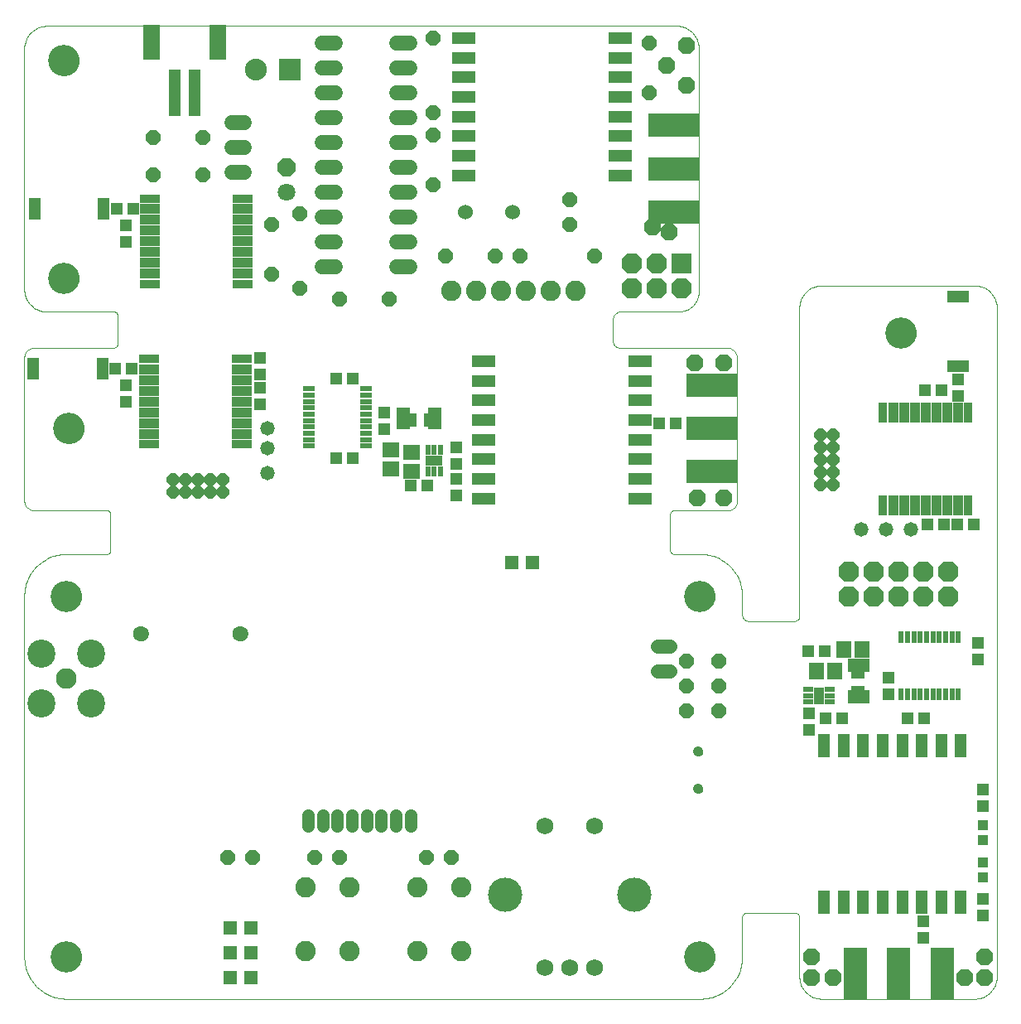
<source format=gts>
G75*
%MOIN*%
%OFA0B0*%
%FSLAX24Y24*%
%IPPOS*%
%LPD*%
%AMOC8*
5,1,8,0,0,1.08239X$1,22.5*
%
%ADD10C,0.0000*%
%ADD11C,0.1261*%
%ADD12C,0.0680*%
%ADD13C,0.1380*%
%ADD14C,0.0415*%
%ADD15C,0.0830*%
%ADD16C,0.1130*%
%ADD17C,0.0516*%
%ADD18C,0.0580*%
%ADD19C,0.0820*%
%ADD20OC8,0.0600*%
%ADD21OC8,0.0595*%
%ADD22C,0.0631*%
%ADD23R,0.0552X0.0552*%
%ADD24R,0.0200X0.0470*%
%ADD25R,0.0395X0.0789*%
%ADD26R,0.0356X0.0789*%
%ADD27R,0.0867X0.0474*%
%ADD28R,0.0980X0.2080*%
%ADD29OC8,0.0516*%
%ADD30R,0.0500X0.0940*%
%ADD31R,0.0395X0.0710*%
%ADD32R,0.0395X0.0218*%
%ADD33R,0.0552X0.0395*%
%ADD34R,0.0513X0.0474*%
%ADD35R,0.0474X0.0513*%
%ADD36R,0.0592X0.0671*%
%ADD37R,0.0395X0.0395*%
%ADD38C,0.0580*%
%ADD39R,0.0867X0.0552*%
%ADD40OC8,0.0820*%
%ADD41R,0.0470X0.0200*%
%ADD42R,0.0789X0.0395*%
%ADD43R,0.0789X0.0356*%
%ADD44R,0.0474X0.0867*%
%ADD45R,0.2080X0.0980*%
%ADD46R,0.0940X0.0500*%
%ADD47R,0.0710X0.0395*%
%ADD48R,0.0218X0.0395*%
%ADD49R,0.0395X0.0552*%
%ADD50R,0.0671X0.0592*%
%ADD51R,0.0552X0.0867*%
%ADD52C,0.0600*%
%ADD53R,0.0820X0.0820*%
%ADD54R,0.0474X0.1891*%
%ADD55R,0.0710X0.1419*%
%ADD56R,0.0880X0.0880*%
%ADD57C,0.0880*%
%ADD58C,0.0600*%
%ADD59OC8,0.0710*%
%ADD60C,0.0710*%
%ADD61OC8,0.0671*%
D10*
X003080Y003851D02*
X028580Y003851D01*
X027989Y005551D02*
X027991Y005599D01*
X027997Y005647D01*
X028007Y005694D01*
X028020Y005740D01*
X028038Y005785D01*
X028058Y005829D01*
X028083Y005871D01*
X028111Y005910D01*
X028141Y005947D01*
X028175Y005981D01*
X028212Y006013D01*
X028250Y006042D01*
X028291Y006067D01*
X028334Y006089D01*
X028379Y006107D01*
X028425Y006121D01*
X028472Y006132D01*
X028520Y006139D01*
X028568Y006142D01*
X028616Y006141D01*
X028664Y006136D01*
X028712Y006127D01*
X028758Y006115D01*
X028803Y006098D01*
X028847Y006078D01*
X028889Y006055D01*
X028929Y006028D01*
X028967Y005998D01*
X029002Y005965D01*
X029034Y005929D01*
X029064Y005891D01*
X029090Y005850D01*
X029112Y005807D01*
X029132Y005763D01*
X029147Y005718D01*
X029159Y005671D01*
X029167Y005623D01*
X029171Y005575D01*
X029171Y005527D01*
X029167Y005479D01*
X029159Y005431D01*
X029147Y005384D01*
X029132Y005339D01*
X029112Y005295D01*
X029090Y005252D01*
X029064Y005211D01*
X029034Y005173D01*
X029002Y005137D01*
X028967Y005104D01*
X028929Y005074D01*
X028889Y005047D01*
X028847Y005024D01*
X028803Y005004D01*
X028758Y004987D01*
X028712Y004975D01*
X028664Y004966D01*
X028616Y004961D01*
X028568Y004960D01*
X028520Y004963D01*
X028472Y004970D01*
X028425Y004981D01*
X028379Y004995D01*
X028334Y005013D01*
X028291Y005035D01*
X028250Y005060D01*
X028212Y005089D01*
X028175Y005121D01*
X028141Y005155D01*
X028111Y005192D01*
X028083Y005231D01*
X028058Y005273D01*
X028038Y005317D01*
X028020Y005362D01*
X028007Y005408D01*
X027997Y005455D01*
X027991Y005503D01*
X027989Y005551D01*
X028580Y003851D02*
X028661Y003853D01*
X028742Y003859D01*
X028822Y003868D01*
X028902Y003882D01*
X028981Y003899D01*
X029059Y003920D01*
X029136Y003944D01*
X029212Y003973D01*
X029286Y004005D01*
X029359Y004040D01*
X029430Y004079D01*
X029499Y004121D01*
X029566Y004166D01*
X029631Y004215D01*
X029693Y004266D01*
X029753Y004321D01*
X029810Y004378D01*
X029865Y004438D01*
X029916Y004500D01*
X029965Y004565D01*
X030010Y004632D01*
X030052Y004701D01*
X030091Y004772D01*
X030126Y004845D01*
X030158Y004919D01*
X030187Y004995D01*
X030211Y005072D01*
X030232Y005150D01*
X030249Y005229D01*
X030263Y005309D01*
X030272Y005389D01*
X030278Y005470D01*
X030280Y005551D01*
X030280Y007151D01*
X030282Y007174D01*
X030287Y007197D01*
X030296Y007219D01*
X030309Y007239D01*
X030324Y007257D01*
X030342Y007272D01*
X030362Y007285D01*
X030384Y007294D01*
X030407Y007299D01*
X030430Y007301D01*
X032430Y007301D01*
X032453Y007299D01*
X032476Y007294D01*
X032498Y007285D01*
X032518Y007272D01*
X032536Y007257D01*
X032551Y007239D01*
X032564Y007219D01*
X032573Y007197D01*
X032578Y007174D01*
X032580Y007151D01*
X032580Y004751D01*
X032582Y004692D01*
X032588Y004634D01*
X032597Y004575D01*
X032611Y004518D01*
X032628Y004462D01*
X032649Y004407D01*
X032673Y004353D01*
X032701Y004301D01*
X032732Y004251D01*
X032766Y004203D01*
X032803Y004158D01*
X032844Y004115D01*
X032887Y004074D01*
X032932Y004037D01*
X032980Y004003D01*
X033030Y003972D01*
X033082Y003944D01*
X033136Y003920D01*
X033191Y003899D01*
X033247Y003882D01*
X033304Y003868D01*
X033363Y003859D01*
X033421Y003853D01*
X033480Y003851D01*
X039630Y003851D01*
X038780Y003851D02*
X034380Y003851D01*
X039630Y003851D02*
X039689Y003853D01*
X039747Y003859D01*
X039806Y003868D01*
X039863Y003882D01*
X039919Y003899D01*
X039974Y003920D01*
X040028Y003944D01*
X040080Y003972D01*
X040130Y004003D01*
X040178Y004037D01*
X040223Y004074D01*
X040266Y004115D01*
X040307Y004158D01*
X040344Y004203D01*
X040378Y004251D01*
X040409Y004301D01*
X040437Y004353D01*
X040461Y004407D01*
X040482Y004462D01*
X040499Y004518D01*
X040513Y004575D01*
X040522Y004634D01*
X040528Y004692D01*
X040530Y004751D01*
X040530Y031651D01*
X040528Y031710D01*
X040522Y031768D01*
X040513Y031827D01*
X040499Y031884D01*
X040482Y031940D01*
X040461Y031995D01*
X040437Y032049D01*
X040409Y032101D01*
X040378Y032151D01*
X040344Y032199D01*
X040307Y032244D01*
X040266Y032287D01*
X040223Y032328D01*
X040178Y032365D01*
X040130Y032399D01*
X040080Y032430D01*
X040028Y032458D01*
X039974Y032482D01*
X039919Y032503D01*
X039863Y032520D01*
X039806Y032534D01*
X039747Y032543D01*
X039689Y032549D01*
X039630Y032551D01*
X033480Y032551D01*
X033421Y032549D01*
X033363Y032543D01*
X033304Y032534D01*
X033247Y032520D01*
X033191Y032503D01*
X033136Y032482D01*
X033082Y032458D01*
X033030Y032430D01*
X032980Y032399D01*
X032932Y032365D01*
X032887Y032328D01*
X032844Y032287D01*
X032803Y032244D01*
X032766Y032199D01*
X032732Y032151D01*
X032701Y032101D01*
X032673Y032049D01*
X032649Y031995D01*
X032628Y031940D01*
X032611Y031884D01*
X032597Y031827D01*
X032588Y031768D01*
X032582Y031710D01*
X032580Y031651D01*
X032580Y019251D01*
X032578Y019225D01*
X032573Y019199D01*
X032565Y019174D01*
X032553Y019151D01*
X032539Y019129D01*
X032521Y019110D01*
X032502Y019092D01*
X032480Y019078D01*
X032457Y019066D01*
X032432Y019058D01*
X032406Y019053D01*
X032380Y019051D01*
X030530Y019051D01*
X030500Y019053D01*
X030470Y019058D01*
X030441Y019067D01*
X030414Y019080D01*
X030388Y019095D01*
X030364Y019114D01*
X030343Y019135D01*
X030324Y019159D01*
X030309Y019185D01*
X030296Y019212D01*
X030287Y019241D01*
X030282Y019271D01*
X030280Y019301D01*
X030280Y020051D01*
X027989Y020051D02*
X027991Y020099D01*
X027997Y020147D01*
X028007Y020194D01*
X028020Y020240D01*
X028038Y020285D01*
X028058Y020329D01*
X028083Y020371D01*
X028111Y020410D01*
X028141Y020447D01*
X028175Y020481D01*
X028212Y020513D01*
X028250Y020542D01*
X028291Y020567D01*
X028334Y020589D01*
X028379Y020607D01*
X028425Y020621D01*
X028472Y020632D01*
X028520Y020639D01*
X028568Y020642D01*
X028616Y020641D01*
X028664Y020636D01*
X028712Y020627D01*
X028758Y020615D01*
X028803Y020598D01*
X028847Y020578D01*
X028889Y020555D01*
X028929Y020528D01*
X028967Y020498D01*
X029002Y020465D01*
X029034Y020429D01*
X029064Y020391D01*
X029090Y020350D01*
X029112Y020307D01*
X029132Y020263D01*
X029147Y020218D01*
X029159Y020171D01*
X029167Y020123D01*
X029171Y020075D01*
X029171Y020027D01*
X029167Y019979D01*
X029159Y019931D01*
X029147Y019884D01*
X029132Y019839D01*
X029112Y019795D01*
X029090Y019752D01*
X029064Y019711D01*
X029034Y019673D01*
X029002Y019637D01*
X028967Y019604D01*
X028929Y019574D01*
X028889Y019547D01*
X028847Y019524D01*
X028803Y019504D01*
X028758Y019487D01*
X028712Y019475D01*
X028664Y019466D01*
X028616Y019461D01*
X028568Y019460D01*
X028520Y019463D01*
X028472Y019470D01*
X028425Y019481D01*
X028379Y019495D01*
X028334Y019513D01*
X028291Y019535D01*
X028250Y019560D01*
X028212Y019589D01*
X028175Y019621D01*
X028141Y019655D01*
X028111Y019692D01*
X028083Y019731D01*
X028058Y019773D01*
X028038Y019817D01*
X028020Y019862D01*
X028007Y019908D01*
X027997Y019955D01*
X027991Y020003D01*
X027989Y020051D01*
X028580Y021751D02*
X028661Y021749D01*
X028742Y021743D01*
X028822Y021734D01*
X028902Y021720D01*
X028981Y021703D01*
X029059Y021682D01*
X029136Y021658D01*
X029212Y021629D01*
X029286Y021597D01*
X029359Y021562D01*
X029430Y021523D01*
X029499Y021481D01*
X029566Y021436D01*
X029631Y021387D01*
X029693Y021336D01*
X029753Y021281D01*
X029810Y021224D01*
X029865Y021164D01*
X029916Y021102D01*
X029965Y021037D01*
X030010Y020970D01*
X030052Y020901D01*
X030091Y020830D01*
X030126Y020757D01*
X030158Y020683D01*
X030187Y020607D01*
X030211Y020530D01*
X030232Y020452D01*
X030249Y020373D01*
X030263Y020293D01*
X030272Y020213D01*
X030278Y020132D01*
X030280Y020051D01*
X028580Y021751D02*
X027530Y021751D01*
X027507Y021753D01*
X027484Y021758D01*
X027462Y021767D01*
X027442Y021780D01*
X027424Y021795D01*
X027409Y021813D01*
X027396Y021833D01*
X027387Y021855D01*
X027382Y021878D01*
X027380Y021901D01*
X027380Y023351D01*
X027382Y023374D01*
X027387Y023397D01*
X027396Y023419D01*
X027409Y023439D01*
X027424Y023457D01*
X027442Y023472D01*
X027462Y023485D01*
X027484Y023494D01*
X027507Y023499D01*
X027530Y023501D01*
X029680Y023501D01*
X029719Y023503D01*
X029758Y023509D01*
X029796Y023518D01*
X029833Y023531D01*
X029869Y023548D01*
X029902Y023568D01*
X029934Y023592D01*
X029963Y023618D01*
X029989Y023647D01*
X030013Y023679D01*
X030033Y023712D01*
X030050Y023748D01*
X030063Y023785D01*
X030072Y023823D01*
X030078Y023862D01*
X030080Y023901D01*
X030080Y029651D01*
X030074Y029692D01*
X030063Y029733D01*
X030049Y029772D01*
X030032Y029810D01*
X030011Y029846D01*
X029986Y029881D01*
X029959Y029912D01*
X029929Y029941D01*
X029896Y029967D01*
X029861Y029990D01*
X029824Y030010D01*
X029786Y030026D01*
X029746Y030039D01*
X029705Y030048D01*
X029664Y030053D01*
X029622Y030054D01*
X029580Y030051D01*
X025330Y030051D01*
X025300Y030053D01*
X025270Y030058D01*
X025241Y030067D01*
X025214Y030080D01*
X025188Y030095D01*
X025164Y030114D01*
X025143Y030135D01*
X025124Y030159D01*
X025109Y030185D01*
X025096Y030212D01*
X025087Y030241D01*
X025082Y030271D01*
X025080Y030301D01*
X025080Y031201D01*
X025082Y031235D01*
X025088Y031268D01*
X025097Y031300D01*
X025110Y031331D01*
X025126Y031361D01*
X025145Y031388D01*
X025168Y031413D01*
X025193Y031436D01*
X025220Y031455D01*
X025250Y031471D01*
X025281Y031484D01*
X025313Y031493D01*
X025346Y031499D01*
X025380Y031501D01*
X027630Y031501D01*
X027686Y031498D01*
X027743Y031499D01*
X027799Y031503D01*
X027855Y031512D01*
X027911Y031524D01*
X027965Y031540D01*
X028018Y031559D01*
X028069Y031582D01*
X028119Y031609D01*
X028167Y031639D01*
X028213Y031672D01*
X028256Y031708D01*
X028297Y031747D01*
X028335Y031789D01*
X028371Y031834D01*
X028403Y031880D01*
X028431Y031929D01*
X028457Y031979D01*
X028479Y032031D01*
X028497Y032085D01*
X028512Y032139D01*
X028523Y032195D01*
X028530Y032251D01*
X028530Y042101D01*
X028528Y042160D01*
X028522Y042218D01*
X028513Y042277D01*
X028499Y042334D01*
X028482Y042390D01*
X028461Y042445D01*
X028437Y042499D01*
X028409Y042551D01*
X028378Y042601D01*
X028344Y042649D01*
X028307Y042694D01*
X028266Y042737D01*
X028223Y042778D01*
X028178Y042815D01*
X028130Y042849D01*
X028080Y042880D01*
X028028Y042908D01*
X027974Y042932D01*
X027919Y042953D01*
X027863Y042970D01*
X027806Y042984D01*
X027747Y042993D01*
X027689Y042999D01*
X027630Y043001D01*
X002280Y043001D01*
X002222Y042997D01*
X002164Y042990D01*
X002107Y042980D01*
X002051Y042965D01*
X001995Y042948D01*
X001941Y042927D01*
X001889Y042902D01*
X001838Y042874D01*
X001788Y042843D01*
X001741Y042809D01*
X001696Y042773D01*
X001654Y042733D01*
X001614Y042691D01*
X001577Y042646D01*
X001542Y042599D01*
X001511Y042550D01*
X001483Y042500D01*
X001458Y042447D01*
X001436Y042393D01*
X001418Y042338D01*
X001403Y042282D01*
X001392Y042225D01*
X001384Y042167D01*
X001381Y042109D01*
X001380Y042051D01*
X001380Y032401D01*
X001382Y032342D01*
X001388Y032284D01*
X001397Y032225D01*
X001411Y032168D01*
X001428Y032112D01*
X001449Y032057D01*
X001473Y032003D01*
X001501Y031951D01*
X001532Y031901D01*
X001566Y031853D01*
X001603Y031808D01*
X001644Y031765D01*
X001687Y031724D01*
X001732Y031687D01*
X001780Y031653D01*
X001830Y031622D01*
X001882Y031594D01*
X001936Y031570D01*
X001991Y031549D01*
X002047Y031532D01*
X002104Y031518D01*
X002163Y031509D01*
X002221Y031503D01*
X002280Y031501D01*
X004980Y031501D01*
X005003Y031499D01*
X005026Y031494D01*
X005048Y031485D01*
X005068Y031472D01*
X005086Y031457D01*
X005101Y031439D01*
X005114Y031419D01*
X005123Y031397D01*
X005128Y031374D01*
X005130Y031351D01*
X005130Y030201D01*
X005128Y030178D01*
X005123Y030155D01*
X005114Y030133D01*
X005101Y030113D01*
X005086Y030095D01*
X005068Y030080D01*
X005048Y030067D01*
X005026Y030058D01*
X005003Y030053D01*
X004980Y030051D01*
X001780Y030051D01*
X001741Y030049D01*
X001702Y030043D01*
X001664Y030034D01*
X001627Y030021D01*
X001591Y030004D01*
X001558Y029984D01*
X001526Y029960D01*
X001497Y029934D01*
X001471Y029905D01*
X001447Y029873D01*
X001427Y029840D01*
X001410Y029804D01*
X001397Y029767D01*
X001388Y029729D01*
X001382Y029690D01*
X001380Y029651D01*
X001380Y023901D01*
X001382Y023862D01*
X001388Y023823D01*
X001397Y023785D01*
X001410Y023748D01*
X001427Y023712D01*
X001447Y023679D01*
X001471Y023647D01*
X001497Y023618D01*
X001526Y023592D01*
X001558Y023568D01*
X001591Y023548D01*
X001627Y023531D01*
X001664Y023518D01*
X001702Y023509D01*
X001741Y023503D01*
X001780Y023501D01*
X004730Y023501D01*
X004747Y023499D01*
X004764Y023495D01*
X004780Y023488D01*
X004794Y023478D01*
X004807Y023465D01*
X004817Y023451D01*
X004824Y023435D01*
X004828Y023418D01*
X004830Y023401D01*
X004830Y021851D01*
X004828Y021834D01*
X004824Y021817D01*
X004817Y021801D01*
X004807Y021787D01*
X004794Y021774D01*
X004780Y021764D01*
X004764Y021757D01*
X004747Y021753D01*
X004730Y021751D01*
X003080Y021751D01*
X002489Y020051D02*
X002491Y020099D01*
X002497Y020147D01*
X002507Y020194D01*
X002520Y020240D01*
X002538Y020285D01*
X002558Y020329D01*
X002583Y020371D01*
X002611Y020410D01*
X002641Y020447D01*
X002675Y020481D01*
X002712Y020513D01*
X002750Y020542D01*
X002791Y020567D01*
X002834Y020589D01*
X002879Y020607D01*
X002925Y020621D01*
X002972Y020632D01*
X003020Y020639D01*
X003068Y020642D01*
X003116Y020641D01*
X003164Y020636D01*
X003212Y020627D01*
X003258Y020615D01*
X003303Y020598D01*
X003347Y020578D01*
X003389Y020555D01*
X003429Y020528D01*
X003467Y020498D01*
X003502Y020465D01*
X003534Y020429D01*
X003564Y020391D01*
X003590Y020350D01*
X003612Y020307D01*
X003632Y020263D01*
X003647Y020218D01*
X003659Y020171D01*
X003667Y020123D01*
X003671Y020075D01*
X003671Y020027D01*
X003667Y019979D01*
X003659Y019931D01*
X003647Y019884D01*
X003632Y019839D01*
X003612Y019795D01*
X003590Y019752D01*
X003564Y019711D01*
X003534Y019673D01*
X003502Y019637D01*
X003467Y019604D01*
X003429Y019574D01*
X003389Y019547D01*
X003347Y019524D01*
X003303Y019504D01*
X003258Y019487D01*
X003212Y019475D01*
X003164Y019466D01*
X003116Y019461D01*
X003068Y019460D01*
X003020Y019463D01*
X002972Y019470D01*
X002925Y019481D01*
X002879Y019495D01*
X002834Y019513D01*
X002791Y019535D01*
X002750Y019560D01*
X002712Y019589D01*
X002675Y019621D01*
X002641Y019655D01*
X002611Y019692D01*
X002583Y019731D01*
X002558Y019773D01*
X002538Y019817D01*
X002520Y019862D01*
X002507Y019908D01*
X002497Y019955D01*
X002491Y020003D01*
X002489Y020051D01*
X001380Y020051D02*
X001382Y020132D01*
X001388Y020213D01*
X001397Y020293D01*
X001411Y020373D01*
X001428Y020452D01*
X001449Y020530D01*
X001473Y020607D01*
X001502Y020683D01*
X001534Y020757D01*
X001569Y020830D01*
X001608Y020901D01*
X001650Y020970D01*
X001695Y021037D01*
X001744Y021102D01*
X001795Y021164D01*
X001850Y021224D01*
X001907Y021281D01*
X001967Y021336D01*
X002029Y021387D01*
X002094Y021436D01*
X002161Y021481D01*
X002230Y021523D01*
X002301Y021562D01*
X002374Y021597D01*
X002448Y021629D01*
X002524Y021658D01*
X002601Y021682D01*
X002679Y021703D01*
X002758Y021720D01*
X002838Y021734D01*
X002918Y021743D01*
X002999Y021749D01*
X003080Y021751D01*
X001380Y020051D02*
X001380Y005551D01*
X002489Y005551D02*
X002491Y005599D01*
X002497Y005647D01*
X002507Y005694D01*
X002520Y005740D01*
X002538Y005785D01*
X002558Y005829D01*
X002583Y005871D01*
X002611Y005910D01*
X002641Y005947D01*
X002675Y005981D01*
X002712Y006013D01*
X002750Y006042D01*
X002791Y006067D01*
X002834Y006089D01*
X002879Y006107D01*
X002925Y006121D01*
X002972Y006132D01*
X003020Y006139D01*
X003068Y006142D01*
X003116Y006141D01*
X003164Y006136D01*
X003212Y006127D01*
X003258Y006115D01*
X003303Y006098D01*
X003347Y006078D01*
X003389Y006055D01*
X003429Y006028D01*
X003467Y005998D01*
X003502Y005965D01*
X003534Y005929D01*
X003564Y005891D01*
X003590Y005850D01*
X003612Y005807D01*
X003632Y005763D01*
X003647Y005718D01*
X003659Y005671D01*
X003667Y005623D01*
X003671Y005575D01*
X003671Y005527D01*
X003667Y005479D01*
X003659Y005431D01*
X003647Y005384D01*
X003632Y005339D01*
X003612Y005295D01*
X003590Y005252D01*
X003564Y005211D01*
X003534Y005173D01*
X003502Y005137D01*
X003467Y005104D01*
X003429Y005074D01*
X003389Y005047D01*
X003347Y005024D01*
X003303Y005004D01*
X003258Y004987D01*
X003212Y004975D01*
X003164Y004966D01*
X003116Y004961D01*
X003068Y004960D01*
X003020Y004963D01*
X002972Y004970D01*
X002925Y004981D01*
X002879Y004995D01*
X002834Y005013D01*
X002791Y005035D01*
X002750Y005060D01*
X002712Y005089D01*
X002675Y005121D01*
X002641Y005155D01*
X002611Y005192D01*
X002583Y005231D01*
X002558Y005273D01*
X002538Y005317D01*
X002520Y005362D01*
X002507Y005408D01*
X002497Y005455D01*
X002491Y005503D01*
X002489Y005551D01*
X001380Y005551D02*
X001382Y005470D01*
X001388Y005389D01*
X001397Y005309D01*
X001411Y005229D01*
X001428Y005150D01*
X001449Y005072D01*
X001473Y004995D01*
X001502Y004919D01*
X001534Y004845D01*
X001569Y004772D01*
X001608Y004701D01*
X001650Y004632D01*
X001695Y004565D01*
X001744Y004500D01*
X001795Y004438D01*
X001850Y004378D01*
X001907Y004321D01*
X001967Y004266D01*
X002029Y004215D01*
X002094Y004166D01*
X002161Y004121D01*
X002230Y004079D01*
X002301Y004040D01*
X002374Y004005D01*
X002448Y003973D01*
X002524Y003944D01*
X002601Y003920D01*
X002679Y003899D01*
X002758Y003882D01*
X002838Y003868D01*
X002918Y003859D01*
X002999Y003853D01*
X003080Y003851D01*
X005804Y018551D02*
X005806Y018584D01*
X005812Y018616D01*
X005821Y018647D01*
X005834Y018677D01*
X005851Y018705D01*
X005871Y018731D01*
X005894Y018755D01*
X005919Y018775D01*
X005947Y018793D01*
X005976Y018807D01*
X006007Y018817D01*
X006039Y018824D01*
X006072Y018827D01*
X006105Y018826D01*
X006137Y018821D01*
X006168Y018812D01*
X006199Y018800D01*
X006227Y018784D01*
X006254Y018765D01*
X006278Y018743D01*
X006299Y018718D01*
X006318Y018691D01*
X006333Y018662D01*
X006344Y018632D01*
X006352Y018600D01*
X006356Y018567D01*
X006356Y018535D01*
X006352Y018502D01*
X006344Y018470D01*
X006333Y018440D01*
X006318Y018411D01*
X006299Y018384D01*
X006278Y018359D01*
X006254Y018337D01*
X006227Y018318D01*
X006199Y018302D01*
X006168Y018290D01*
X006137Y018281D01*
X006105Y018276D01*
X006072Y018275D01*
X006039Y018278D01*
X006007Y018285D01*
X005976Y018295D01*
X005947Y018309D01*
X005919Y018327D01*
X005894Y018347D01*
X005871Y018371D01*
X005851Y018397D01*
X005834Y018425D01*
X005821Y018455D01*
X005812Y018486D01*
X005806Y018518D01*
X005804Y018551D01*
X009804Y018551D02*
X009806Y018584D01*
X009812Y018616D01*
X009821Y018647D01*
X009834Y018677D01*
X009851Y018705D01*
X009871Y018731D01*
X009894Y018755D01*
X009919Y018775D01*
X009947Y018793D01*
X009976Y018807D01*
X010007Y018817D01*
X010039Y018824D01*
X010072Y018827D01*
X010105Y018826D01*
X010137Y018821D01*
X010168Y018812D01*
X010199Y018800D01*
X010227Y018784D01*
X010254Y018765D01*
X010278Y018743D01*
X010299Y018718D01*
X010318Y018691D01*
X010333Y018662D01*
X010344Y018632D01*
X010352Y018600D01*
X010356Y018567D01*
X010356Y018535D01*
X010352Y018502D01*
X010344Y018470D01*
X010333Y018440D01*
X010318Y018411D01*
X010299Y018384D01*
X010278Y018359D01*
X010254Y018337D01*
X010227Y018318D01*
X010199Y018302D01*
X010168Y018290D01*
X010137Y018281D01*
X010105Y018276D01*
X010072Y018275D01*
X010039Y018278D01*
X010007Y018285D01*
X009976Y018295D01*
X009947Y018309D01*
X009919Y018327D01*
X009894Y018347D01*
X009871Y018371D01*
X009851Y018397D01*
X009834Y018425D01*
X009821Y018455D01*
X009812Y018486D01*
X009806Y018518D01*
X009804Y018551D01*
X002589Y026801D02*
X002591Y026849D01*
X002597Y026897D01*
X002607Y026944D01*
X002620Y026990D01*
X002638Y027035D01*
X002658Y027079D01*
X002683Y027121D01*
X002711Y027160D01*
X002741Y027197D01*
X002775Y027231D01*
X002812Y027263D01*
X002850Y027292D01*
X002891Y027317D01*
X002934Y027339D01*
X002979Y027357D01*
X003025Y027371D01*
X003072Y027382D01*
X003120Y027389D01*
X003168Y027392D01*
X003216Y027391D01*
X003264Y027386D01*
X003312Y027377D01*
X003358Y027365D01*
X003403Y027348D01*
X003447Y027328D01*
X003489Y027305D01*
X003529Y027278D01*
X003567Y027248D01*
X003602Y027215D01*
X003634Y027179D01*
X003664Y027141D01*
X003690Y027100D01*
X003712Y027057D01*
X003732Y027013D01*
X003747Y026968D01*
X003759Y026921D01*
X003767Y026873D01*
X003771Y026825D01*
X003771Y026777D01*
X003767Y026729D01*
X003759Y026681D01*
X003747Y026634D01*
X003732Y026589D01*
X003712Y026545D01*
X003690Y026502D01*
X003664Y026461D01*
X003634Y026423D01*
X003602Y026387D01*
X003567Y026354D01*
X003529Y026324D01*
X003489Y026297D01*
X003447Y026274D01*
X003403Y026254D01*
X003358Y026237D01*
X003312Y026225D01*
X003264Y026216D01*
X003216Y026211D01*
X003168Y026210D01*
X003120Y026213D01*
X003072Y026220D01*
X003025Y026231D01*
X002979Y026245D01*
X002934Y026263D01*
X002891Y026285D01*
X002850Y026310D01*
X002812Y026339D01*
X002775Y026371D01*
X002741Y026405D01*
X002711Y026442D01*
X002683Y026481D01*
X002658Y026523D01*
X002638Y026567D01*
X002620Y026612D01*
X002607Y026658D01*
X002597Y026705D01*
X002591Y026753D01*
X002589Y026801D01*
X002389Y032851D02*
X002391Y032899D01*
X002397Y032947D01*
X002407Y032994D01*
X002420Y033040D01*
X002438Y033085D01*
X002458Y033129D01*
X002483Y033171D01*
X002511Y033210D01*
X002541Y033247D01*
X002575Y033281D01*
X002612Y033313D01*
X002650Y033342D01*
X002691Y033367D01*
X002734Y033389D01*
X002779Y033407D01*
X002825Y033421D01*
X002872Y033432D01*
X002920Y033439D01*
X002968Y033442D01*
X003016Y033441D01*
X003064Y033436D01*
X003112Y033427D01*
X003158Y033415D01*
X003203Y033398D01*
X003247Y033378D01*
X003289Y033355D01*
X003329Y033328D01*
X003367Y033298D01*
X003402Y033265D01*
X003434Y033229D01*
X003464Y033191D01*
X003490Y033150D01*
X003512Y033107D01*
X003532Y033063D01*
X003547Y033018D01*
X003559Y032971D01*
X003567Y032923D01*
X003571Y032875D01*
X003571Y032827D01*
X003567Y032779D01*
X003559Y032731D01*
X003547Y032684D01*
X003532Y032639D01*
X003512Y032595D01*
X003490Y032552D01*
X003464Y032511D01*
X003434Y032473D01*
X003402Y032437D01*
X003367Y032404D01*
X003329Y032374D01*
X003289Y032347D01*
X003247Y032324D01*
X003203Y032304D01*
X003158Y032287D01*
X003112Y032275D01*
X003064Y032266D01*
X003016Y032261D01*
X002968Y032260D01*
X002920Y032263D01*
X002872Y032270D01*
X002825Y032281D01*
X002779Y032295D01*
X002734Y032313D01*
X002691Y032335D01*
X002650Y032360D01*
X002612Y032389D01*
X002575Y032421D01*
X002541Y032455D01*
X002511Y032492D01*
X002483Y032531D01*
X002458Y032573D01*
X002438Y032617D01*
X002420Y032662D01*
X002407Y032708D01*
X002397Y032755D01*
X002391Y032803D01*
X002389Y032851D01*
X002389Y041601D02*
X002391Y041649D01*
X002397Y041697D01*
X002407Y041744D01*
X002420Y041790D01*
X002438Y041835D01*
X002458Y041879D01*
X002483Y041921D01*
X002511Y041960D01*
X002541Y041997D01*
X002575Y042031D01*
X002612Y042063D01*
X002650Y042092D01*
X002691Y042117D01*
X002734Y042139D01*
X002779Y042157D01*
X002825Y042171D01*
X002872Y042182D01*
X002920Y042189D01*
X002968Y042192D01*
X003016Y042191D01*
X003064Y042186D01*
X003112Y042177D01*
X003158Y042165D01*
X003203Y042148D01*
X003247Y042128D01*
X003289Y042105D01*
X003329Y042078D01*
X003367Y042048D01*
X003402Y042015D01*
X003434Y041979D01*
X003464Y041941D01*
X003490Y041900D01*
X003512Y041857D01*
X003532Y041813D01*
X003547Y041768D01*
X003559Y041721D01*
X003567Y041673D01*
X003571Y041625D01*
X003571Y041577D01*
X003567Y041529D01*
X003559Y041481D01*
X003547Y041434D01*
X003532Y041389D01*
X003512Y041345D01*
X003490Y041302D01*
X003464Y041261D01*
X003434Y041223D01*
X003402Y041187D01*
X003367Y041154D01*
X003329Y041124D01*
X003289Y041097D01*
X003247Y041074D01*
X003203Y041054D01*
X003158Y041037D01*
X003112Y041025D01*
X003064Y041016D01*
X003016Y041011D01*
X002968Y041010D01*
X002920Y041013D01*
X002872Y041020D01*
X002825Y041031D01*
X002779Y041045D01*
X002734Y041063D01*
X002691Y041085D01*
X002650Y041110D01*
X002612Y041139D01*
X002575Y041171D01*
X002541Y041205D01*
X002511Y041242D01*
X002483Y041281D01*
X002458Y041323D01*
X002438Y041367D01*
X002420Y041412D01*
X002407Y041458D01*
X002397Y041505D01*
X002391Y041553D01*
X002389Y041601D01*
X028530Y039451D02*
X028530Y035051D01*
X030080Y029001D02*
X030080Y024601D01*
X036089Y030651D02*
X036091Y030699D01*
X036097Y030747D01*
X036107Y030794D01*
X036120Y030840D01*
X036138Y030885D01*
X036158Y030929D01*
X036183Y030971D01*
X036211Y031010D01*
X036241Y031047D01*
X036275Y031081D01*
X036312Y031113D01*
X036350Y031142D01*
X036391Y031167D01*
X036434Y031189D01*
X036479Y031207D01*
X036525Y031221D01*
X036572Y031232D01*
X036620Y031239D01*
X036668Y031242D01*
X036716Y031241D01*
X036764Y031236D01*
X036812Y031227D01*
X036858Y031215D01*
X036903Y031198D01*
X036947Y031178D01*
X036989Y031155D01*
X037029Y031128D01*
X037067Y031098D01*
X037102Y031065D01*
X037134Y031029D01*
X037164Y030991D01*
X037190Y030950D01*
X037212Y030907D01*
X037232Y030863D01*
X037247Y030818D01*
X037259Y030771D01*
X037267Y030723D01*
X037271Y030675D01*
X037271Y030627D01*
X037267Y030579D01*
X037259Y030531D01*
X037247Y030484D01*
X037232Y030439D01*
X037212Y030395D01*
X037190Y030352D01*
X037164Y030311D01*
X037134Y030273D01*
X037102Y030237D01*
X037067Y030204D01*
X037029Y030174D01*
X036989Y030147D01*
X036947Y030124D01*
X036903Y030104D01*
X036858Y030087D01*
X036812Y030075D01*
X036764Y030066D01*
X036716Y030061D01*
X036668Y030060D01*
X036620Y030063D01*
X036572Y030070D01*
X036525Y030081D01*
X036479Y030095D01*
X036434Y030113D01*
X036391Y030135D01*
X036350Y030160D01*
X036312Y030189D01*
X036275Y030221D01*
X036241Y030255D01*
X036211Y030292D01*
X036183Y030331D01*
X036158Y030373D01*
X036138Y030417D01*
X036120Y030462D01*
X036107Y030508D01*
X036097Y030555D01*
X036091Y030603D01*
X036089Y030651D01*
X028347Y013799D02*
X028349Y013824D01*
X028355Y013849D01*
X028364Y013873D01*
X028377Y013895D01*
X028394Y013915D01*
X028413Y013932D01*
X028434Y013946D01*
X028458Y013956D01*
X028482Y013963D01*
X028508Y013966D01*
X028533Y013965D01*
X028558Y013960D01*
X028582Y013951D01*
X028605Y013939D01*
X028625Y013924D01*
X028643Y013905D01*
X028658Y013884D01*
X028669Y013861D01*
X028677Y013837D01*
X028681Y013812D01*
X028681Y013786D01*
X028677Y013761D01*
X028669Y013737D01*
X028658Y013714D01*
X028643Y013693D01*
X028625Y013674D01*
X028605Y013659D01*
X028582Y013647D01*
X028558Y013638D01*
X028533Y013633D01*
X028508Y013632D01*
X028482Y013635D01*
X028458Y013642D01*
X028434Y013652D01*
X028413Y013666D01*
X028394Y013683D01*
X028377Y013703D01*
X028364Y013725D01*
X028355Y013749D01*
X028349Y013774D01*
X028347Y013799D01*
X028347Y012303D02*
X028349Y012328D01*
X028355Y012353D01*
X028364Y012377D01*
X028377Y012399D01*
X028394Y012419D01*
X028413Y012436D01*
X028434Y012450D01*
X028458Y012460D01*
X028482Y012467D01*
X028508Y012470D01*
X028533Y012469D01*
X028558Y012464D01*
X028582Y012455D01*
X028605Y012443D01*
X028625Y012428D01*
X028643Y012409D01*
X028658Y012388D01*
X028669Y012365D01*
X028677Y012341D01*
X028681Y012316D01*
X028681Y012290D01*
X028677Y012265D01*
X028669Y012241D01*
X028658Y012218D01*
X028643Y012197D01*
X028625Y012178D01*
X028605Y012163D01*
X028582Y012151D01*
X028558Y012142D01*
X028533Y012137D01*
X028508Y012136D01*
X028482Y012139D01*
X028458Y012146D01*
X028434Y012156D01*
X028413Y012170D01*
X028394Y012187D01*
X028377Y012207D01*
X028364Y012229D01*
X028355Y012253D01*
X028349Y012278D01*
X028347Y012303D01*
D11*
X028580Y005551D03*
X028580Y020051D03*
X036680Y030651D03*
X003180Y026801D03*
X002980Y032851D03*
X002980Y041601D03*
X003080Y020051D03*
X003080Y005551D03*
D12*
X022330Y005101D03*
X023330Y005101D03*
X024330Y005101D03*
X024330Y010801D03*
X022330Y010801D03*
D13*
X020730Y008051D03*
X025930Y008051D03*
D14*
X028514Y012303D03*
X028514Y013799D03*
D15*
X003080Y016751D03*
D16*
X002076Y017755D03*
X004084Y017755D03*
X004084Y015747D03*
X002076Y015747D03*
D17*
X012797Y011229D02*
X012797Y010793D01*
X013387Y010793D02*
X013387Y011229D01*
X013978Y011229D02*
X013978Y010793D01*
X014568Y010793D02*
X014568Y011229D01*
X015159Y011229D02*
X015159Y010793D01*
X015749Y010793D02*
X015749Y011229D01*
X016340Y011229D02*
X016340Y010793D01*
X016930Y010793D02*
X016930Y011229D01*
D18*
X026877Y017051D02*
X027377Y017051D01*
X027377Y018035D02*
X026877Y018035D01*
D19*
X018970Y008331D03*
X017190Y008331D03*
X017190Y005771D03*
X018970Y005771D03*
X014470Y005771D03*
X012690Y005771D03*
X012690Y008331D03*
X014470Y008331D03*
X018580Y032351D03*
X019580Y032351D03*
X020580Y032351D03*
X021580Y032351D03*
X022580Y032351D03*
X023580Y032351D03*
D20*
X024330Y033751D03*
X023330Y035001D03*
X023330Y036001D03*
X021330Y033751D03*
X020330Y033751D03*
X018330Y033751D03*
X016080Y032001D03*
X014080Y032001D03*
X012480Y032451D03*
X011330Y033001D03*
X011330Y035001D03*
X012480Y035451D03*
X008580Y037001D03*
X008580Y038501D03*
X006580Y038501D03*
X006580Y037001D03*
X017830Y036601D03*
X017830Y038601D03*
X017830Y039501D03*
X017830Y042501D03*
X026530Y042301D03*
X026530Y040301D03*
X018580Y009551D03*
X017580Y009551D03*
X014080Y009551D03*
X013080Y009551D03*
X010580Y009551D03*
X009580Y009551D03*
D21*
X028031Y015426D03*
X028031Y016426D03*
X028031Y017426D03*
X029330Y017426D03*
X029330Y016426D03*
X029330Y015426D03*
D22*
X010080Y018551D03*
X006080Y018551D03*
D23*
X009667Y006701D03*
X010493Y006701D03*
X010493Y005701D03*
X009667Y005701D03*
X009667Y004701D03*
X010493Y004701D03*
X021017Y021401D03*
X021843Y021401D03*
D24*
X036678Y018399D03*
X036934Y018399D03*
X037190Y018399D03*
X037446Y018399D03*
X037702Y018399D03*
X037958Y018399D03*
X038214Y018399D03*
X038470Y018399D03*
X038726Y018399D03*
X038982Y018399D03*
X038982Y016102D03*
X038726Y016102D03*
X038470Y016102D03*
X038214Y016102D03*
X037958Y016102D03*
X037702Y016102D03*
X037446Y016102D03*
X037190Y016102D03*
X036934Y016102D03*
X036678Y016102D03*
D25*
X036794Y023702D03*
X036361Y023702D03*
X037227Y023702D03*
X037660Y023702D03*
X038093Y023702D03*
X038526Y023702D03*
X038960Y023702D03*
X038960Y027442D03*
X038526Y027442D03*
X038093Y027442D03*
X037660Y027442D03*
X037227Y027442D03*
X036794Y027442D03*
X036361Y027442D03*
D26*
X035948Y027442D03*
X039373Y027442D03*
X039373Y023702D03*
X035948Y023702D03*
D27*
X038980Y029301D03*
X038980Y032096D03*
D28*
X038320Y004861D03*
X036580Y004861D03*
X034840Y004861D03*
D29*
X033930Y024551D03*
X033930Y025051D03*
X033930Y025551D03*
X033930Y026051D03*
X033430Y026051D03*
X033430Y025551D03*
X033430Y025051D03*
X033430Y024551D03*
X033430Y026551D03*
X033930Y026551D03*
X009380Y024751D03*
X008880Y024751D03*
X008380Y024751D03*
X007880Y024751D03*
X007880Y024251D03*
X008380Y024251D03*
X008880Y024251D03*
X009380Y024251D03*
X007380Y024251D03*
X007380Y024751D03*
D30*
X033568Y014051D03*
X034356Y014051D03*
X035143Y014051D03*
X035930Y014051D03*
X036718Y014051D03*
X037505Y014051D03*
X038293Y014051D03*
X039080Y014051D03*
X039080Y007751D03*
X038293Y007751D03*
X037505Y007751D03*
X036718Y007751D03*
X035930Y007751D03*
X035143Y007751D03*
X034356Y007751D03*
X033568Y007751D03*
D31*
X033380Y016051D03*
D32*
X032947Y016051D03*
X032947Y016307D03*
X032947Y015795D03*
X033813Y015795D03*
X033813Y016051D03*
X033813Y016307D03*
D33*
X034930Y016246D03*
X034930Y016955D03*
D34*
X033615Y017851D03*
X032945Y017851D03*
X032980Y015335D03*
X032980Y014666D03*
X039980Y012285D03*
X039980Y011616D03*
X039980Y007885D03*
X039980Y007216D03*
X039615Y022951D03*
X038945Y022951D03*
X038415Y022951D03*
X037745Y022951D03*
X037645Y028351D03*
X038315Y028351D03*
X027615Y027001D03*
X026945Y027001D03*
X018780Y026035D03*
X018780Y025366D03*
X018780Y024785D03*
X018780Y024116D03*
X017615Y024501D03*
X016945Y024501D03*
X015880Y026766D03*
X015880Y027435D03*
X014615Y028801D03*
X013945Y028801D03*
X013945Y025601D03*
X014615Y025601D03*
X005715Y029201D03*
X005045Y029201D03*
X005095Y035651D03*
X005765Y035651D03*
D35*
X005480Y034985D03*
X005480Y034316D03*
X010880Y029635D03*
X010880Y028966D03*
X010880Y028435D03*
X010880Y027766D03*
X005480Y027866D03*
X005480Y028535D03*
X033645Y015151D03*
X034315Y015151D03*
X036180Y016116D03*
X036180Y016785D03*
X036945Y015151D03*
X037615Y015151D03*
X039780Y017516D03*
X039780Y018185D03*
X038980Y028116D03*
X038980Y028785D03*
X037580Y006985D03*
X037580Y006316D03*
D36*
X034004Y017051D03*
X033256Y017051D03*
X034356Y017901D03*
X035104Y017901D03*
D37*
X039980Y010846D03*
X039980Y010255D03*
X039980Y009346D03*
X039980Y008755D03*
D38*
X037080Y022751D03*
X036080Y022751D03*
X035080Y022751D03*
X011180Y025001D03*
X011180Y026001D03*
X011180Y026801D03*
D39*
X034980Y017281D03*
X034980Y016021D03*
D40*
X034580Y020051D03*
X034580Y021051D03*
X035580Y021051D03*
X035580Y020051D03*
X036580Y020051D03*
X036580Y021051D03*
X037580Y021051D03*
X037580Y020051D03*
X038580Y020051D03*
X038580Y021051D03*
X027830Y032451D03*
X026830Y032451D03*
X025830Y032451D03*
X025830Y033451D03*
X026830Y033451D03*
D41*
X015129Y028402D03*
X015129Y028146D03*
X015129Y027890D03*
X015129Y027634D03*
X015129Y027379D03*
X015129Y027123D03*
X015129Y026867D03*
X015129Y026611D03*
X015129Y026355D03*
X015129Y026099D03*
X012831Y026099D03*
X012831Y026355D03*
X012831Y026611D03*
X012831Y026867D03*
X012831Y027123D03*
X012831Y027379D03*
X012831Y027634D03*
X012831Y027890D03*
X012831Y028146D03*
X012831Y028402D03*
D42*
X010129Y028314D03*
X010129Y027881D03*
X010129Y027448D03*
X010129Y027015D03*
X010129Y026582D03*
X010129Y028747D03*
X010129Y029180D03*
X006389Y029180D03*
X006389Y028747D03*
X006389Y028314D03*
X006389Y027881D03*
X006389Y027448D03*
X006389Y027015D03*
X006389Y026582D03*
X006439Y033032D03*
X006439Y033465D03*
X006439Y033898D03*
X006439Y034331D03*
X006439Y034764D03*
X006439Y035197D03*
X006439Y035630D03*
X010179Y035630D03*
X010179Y035197D03*
X010179Y034764D03*
X010179Y034331D03*
X010179Y033898D03*
X010179Y033465D03*
X010179Y033032D03*
D43*
X010179Y032618D03*
X010129Y029594D03*
X010129Y026168D03*
X006389Y026168D03*
X006389Y029594D03*
X006439Y032618D03*
X006439Y036044D03*
X010179Y036044D03*
D44*
X004580Y035651D03*
X001785Y035651D03*
X001735Y029201D03*
X004530Y029201D03*
D45*
X027520Y035511D03*
X027520Y037251D03*
X027520Y038991D03*
X029070Y028541D03*
X029070Y026801D03*
X029070Y025061D03*
D46*
X026179Y024776D03*
X026179Y025564D03*
X026179Y026351D03*
X026179Y027138D03*
X026179Y027926D03*
X026179Y028713D03*
X026179Y029501D03*
X026179Y023989D03*
X019880Y023989D03*
X019880Y024776D03*
X019880Y025564D03*
X019880Y026351D03*
X019880Y027138D03*
X019880Y027926D03*
X019880Y028713D03*
X019880Y029501D03*
X019080Y036989D03*
X019080Y037776D03*
X019080Y038564D03*
X019080Y039351D03*
X019080Y040138D03*
X019080Y040926D03*
X019080Y041713D03*
X019080Y042501D03*
X025379Y042501D03*
X025379Y041713D03*
X025379Y040926D03*
X025379Y040138D03*
X025379Y039351D03*
X025379Y038564D03*
X025379Y037776D03*
X025379Y036989D03*
D47*
X017880Y025501D03*
D48*
X017880Y025934D03*
X018136Y025934D03*
X017624Y025934D03*
X017624Y025068D03*
X017880Y025068D03*
X018136Y025068D03*
D49*
X017684Y027151D03*
X016976Y027151D03*
D50*
X016980Y025825D03*
X016980Y025077D03*
X016130Y025177D03*
X016130Y025925D03*
D51*
X016650Y027201D03*
X017910Y027201D03*
D52*
X016890Y033301D02*
X016370Y033301D01*
X016370Y034301D02*
X016890Y034301D01*
X016890Y035301D02*
X016370Y035301D01*
X016370Y036301D02*
X016890Y036301D01*
X016890Y037301D02*
X016370Y037301D01*
X016370Y038301D02*
X016890Y038301D01*
X016890Y039301D02*
X016370Y039301D01*
X016370Y040301D02*
X016890Y040301D01*
X016890Y041301D02*
X016370Y041301D01*
X016370Y042301D02*
X016890Y042301D01*
X013890Y042301D02*
X013370Y042301D01*
X013370Y041301D02*
X013890Y041301D01*
X013890Y040301D02*
X013370Y040301D01*
X013370Y039301D02*
X013890Y039301D01*
X013890Y038301D02*
X013370Y038301D01*
X013370Y037301D02*
X013890Y037301D01*
X013890Y036301D02*
X013370Y036301D01*
X013370Y035301D02*
X013890Y035301D01*
X013890Y034301D02*
X013370Y034301D01*
X013370Y033301D02*
X013890Y033301D01*
X010240Y037101D02*
X009720Y037101D01*
X009720Y038101D02*
X010240Y038101D01*
X010240Y039101D02*
X009720Y039101D01*
D53*
X027830Y033451D03*
D54*
X008224Y040294D03*
X007436Y040294D03*
D55*
X006491Y042341D03*
X009169Y042341D03*
D56*
X012080Y041251D03*
D57*
X010702Y041251D03*
D58*
X019130Y035501D03*
X021030Y035501D03*
D59*
X011930Y037301D03*
D60*
X011930Y036301D03*
D61*
X026680Y034901D03*
X027330Y034701D03*
X027330Y035551D03*
X028030Y040601D03*
X027230Y041401D03*
X028030Y042201D03*
X028380Y029451D03*
X029530Y029451D03*
X029530Y024001D03*
X028480Y024001D03*
X033080Y005551D03*
X033080Y004701D03*
X033930Y004701D03*
X039230Y004701D03*
X040030Y004701D03*
X040030Y005551D03*
M02*

</source>
